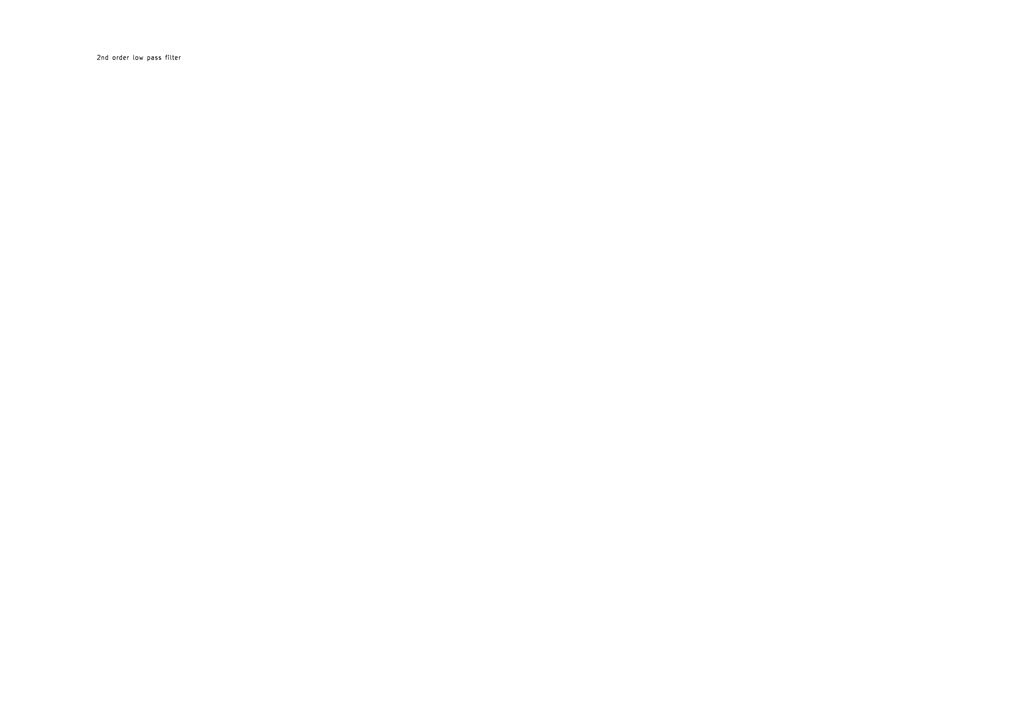
<source format=kicad_sch>
(kicad_sch (version 20230121) (generator eeschema)
  (paper "A4")
  (lib_symbols)
  (label "2nd order low pass filter" (at 27.94 17.78 0))
)
</source>
